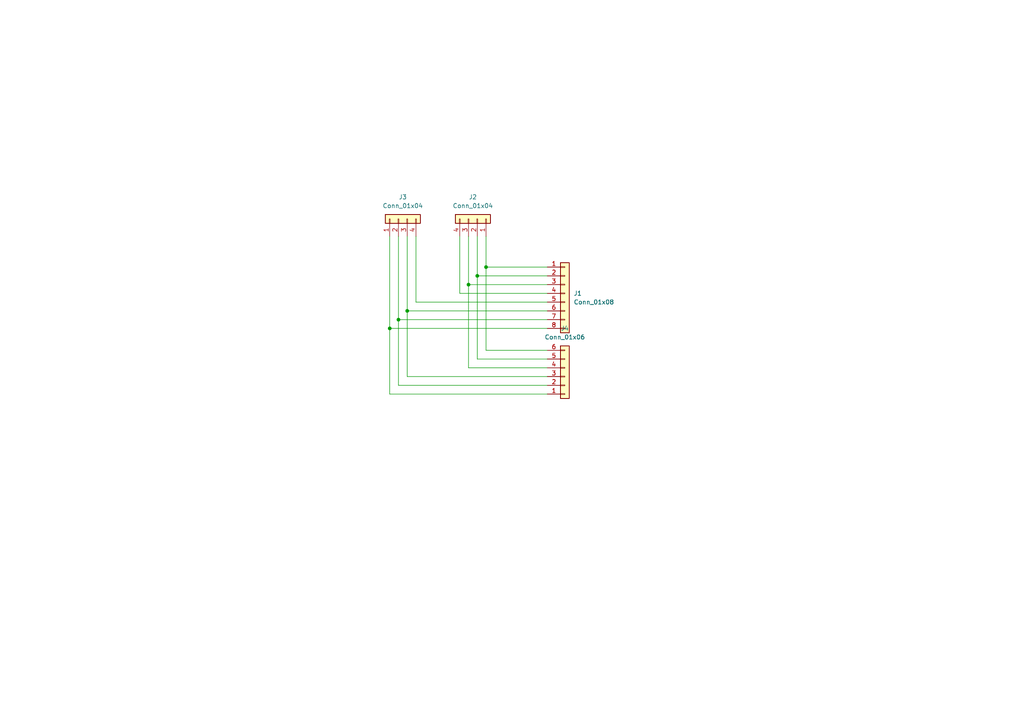
<source format=kicad_sch>
(kicad_sch (version 20231120) (generator "eeschema") (generator_version "8.0")
  (paper "A4")
  (lib_symbols
    (symbol "Connector_Generic:Conn_01x04" (pin_names (offset 1.016) hide)
      (property "Reference" "J" (at 0 5.08 0))
      (property "Value" "Conn_01x04" (at 0 -7.62 0))
      (symbol "Conn_01x04_1_1"
        (rectangle (start -1.27 -4.953) (end 0 -5.207) (stroke (width 0.1524)))
        (rectangle (start -1.27 -2.413) (end 0 -2.667) (stroke (width 0.1524)))
        (rectangle (start -1.27 0.127) (end 0 -0.127) (stroke (width 0.1524)))
        (rectangle (start -1.27 2.667) (end 0 2.413) (stroke (width 0.1524)))
        (rectangle (start -1.27 3.81) (end 1.27 -6.35) (stroke (width 0.254)) (fill (type background)))
        (pin passive line (at -5.08 2.54 0) (length 3.81) (name "Pin_1") (number "1"))
        (pin passive line (at -5.08 0 0) (length 3.81) (name "Pin_2") (number "2"))
        (pin passive line (at -5.08 -2.54 0) (length 3.81) (name "Pin_3") (number "3"))
        (pin passive line (at -5.08 -5.08 0) (length 3.81) (name "Pin_4") (number "4"))
      )
    )
    (symbol "Connector_Generic:Conn_01x06" (pin_names (offset 1.016) hide)
      (property "Reference" "J" (at 0 7.62 0))
      (property "Value" "Conn_01x06" (at 0 -10.16 0))
      (symbol "Conn_01x06_1_1"
        (rectangle (start -1.27 -7.493) (end 0 -7.747) (stroke (width 0.1524)))
        (rectangle (start -1.27 -4.953) (end 0 -5.207) (stroke (width 0.1524)))
        (rectangle (start -1.27 -2.413) (end 0 -2.667) (stroke (width 0.1524)))
        (rectangle (start -1.27 0.127) (end 0 -0.127) (stroke (width 0.1524)))
        (rectangle (start -1.27 2.667) (end 0 2.413) (stroke (width 0.1524)))
        (rectangle (start -1.27 5.207) (end 0 4.953) (stroke (width 0.1524)))
        (rectangle (start -1.27 6.35) (end 1.27 -8.89) (stroke (width 0.254)) (fill (type background)))
        (pin passive line (at -5.08 5.08 0) (length 3.81) (name "Pin_1") (number "1"))
        (pin passive line (at -5.08 2.54 0) (length 3.81) (name "Pin_2") (number "2"))
        (pin passive line (at -5.08 0 0) (length 3.81) (name "Pin_3") (number "3"))
        (pin passive line (at -5.08 -2.54 0) (length 3.81) (name "Pin_4") (number "4"))
        (pin passive line (at -5.08 -5.08 0) (length 3.81) (name "Pin_5") (number "5"))
        (pin passive line (at -5.08 -7.62 0) (length 3.81) (name "Pin_6") (number "6"))
      )
    )
    (symbol "Connector_Generic:Conn_01x08" (pin_names (offset 1.016) hide)
      (property "Reference" "J" (at 0 10.16 0))
      (property "Value" "Conn_01x08" (at 0 -12.7 0))
      (symbol "Conn_01x08_1_1"
        (rectangle (start -1.27 -10.033) (end 0 -10.287) (stroke (width 0.1524)))
        (rectangle (start -1.27 -7.493) (end 0 -7.747) (stroke (width 0.1524)))
        (rectangle (start -1.27 -4.953) (end 0 -5.207) (stroke (width 0.1524)))
        (rectangle (start -1.27 -2.413) (end 0 -2.667) (stroke (width 0.1524)))
        (rectangle (start -1.27 0.127) (end 0 -0.127) (stroke (width 0.1524)))
        (rectangle (start -1.27 2.667) (end 0 2.413) (stroke (width 0.1524)))
        (rectangle (start -1.27 5.207) (end 0 4.953) (stroke (width 0.1524)))
        (rectangle (start -1.27 7.747) (end 0 7.493) (stroke (width 0.1524)))
        (rectangle (start -1.27 8.89) (end 1.27 -11.43) (stroke (width 0.254)) (fill (type background)))
        (pin passive line (at -5.08 7.62 0) (length 3.81) (name "Pin_1") (number "1"))
        (pin passive line (at -5.08 5.08 0) (length 3.81) (name "Pin_2") (number "2"))
        (pin passive line (at -5.08 2.54 0) (length 3.81) (name "Pin_3") (number "3"))
        (pin passive line (at -5.08 0 0) (length 3.81) (name "Pin_4") (number "4"))
        (pin passive line (at -5.08 -2.54 0) (length 3.81) (name "Pin_5") (number "5"))
        (pin passive line (at -5.08 -5.08 0) (length 3.81) (name "Pin_6") (number "6"))
        (pin passive line (at -5.08 -7.62 0) (length 3.81) (name "Pin_7") (number "7"))
        (pin passive line (at -5.08 -10.16 0) (length 3.81) (name "Pin_8") (number "8"))
      )
    )
  )
  (junction (at 138.43 80.01))
  (junction (at 140.97 77.47))
  (junction (at 135.89 82.55))
  (junction (at 113.03 95.25))
  (junction (at 115.57 92.71))
  (junction (at 118.11 90.17))
  (wire (pts (xy 158.75 104.14) (xy 138.43 104.14)))
  (wire (pts (xy 140.97 68.58) (xy 140.97 77.47)))
  (wire (pts (xy 115.57 92.71) (xy 115.57 111.76)))
  (wire (pts (xy 113.03 114.3) (xy 113.03 95.25)))
  (wire (pts (xy 115.57 92.71) (xy 115.57 68.58)))
  (wire (pts (xy 118.11 68.58) (xy 118.11 90.17)))
  (wire (pts (xy 140.97 101.6) (xy 158.75 101.6)))
  (wire (pts (xy 118.11 90.17) (xy 118.11 109.22)))
  (wire (pts (xy 113.03 95.25) (xy 158.75 95.25)))
  (wire (pts (xy 140.97 77.47) (xy 158.75 77.47)))
  (wire (pts (xy 135.89 106.68) (xy 135.89 82.55)))
  (wire (pts (xy 158.75 106.68) (xy 135.89 106.68)))
  (wire (pts (xy 138.43 104.14) (xy 138.43 80.01)))
  (wire (pts (xy 120.65 87.63) (xy 158.75 87.63)))
  (wire (pts (xy 135.89 68.58) (xy 135.89 82.55)))
  (wire (pts (xy 115.57 111.76) (xy 158.75 111.76)))
  (wire (pts (xy 115.57 92.71) (xy 158.75 92.71)))
  (wire (pts (xy 120.65 68.58) (xy 120.65 87.63)))
  (wire (pts (xy 118.11 90.17) (xy 158.75 90.17)))
  (wire (pts (xy 133.35 85.09) (xy 133.35 68.58)))
  (wire (pts (xy 133.35 85.09) (xy 158.75 85.09)))
  (wire (pts (xy 113.03 68.58) (xy 113.03 95.25)))
  (wire (pts (xy 138.43 80.01) (xy 138.43 68.58)))
  (wire (pts (xy 140.97 101.6) (xy 140.97 77.47)))
  (wire (pts (xy 113.03 114.3) (xy 158.75 114.3)))
  (wire (pts (xy 118.11 109.22) (xy 158.75 109.22)))
  (wire (pts (xy 138.43 80.01) (xy 158.75 80.01)))
  (wire (pts (xy 135.89 82.55) (xy 158.75 82.55)))
  (symbol (lib_id "Connector_Generic:Conn_01x04") (at 138.43 63.5 270) (mirror x) (unit 1)
    (property "Reference" "J2" (at 137.16 57.15 90))
    (property "Value" "Conn_01x04" (at 137.16 59.69 90))
    (property "Footprint" "Synth:PinHeader_1x04_P2.54mm_Vertical" (effects (hide yes)))
    (property "Description" "Generic connector, single row, 01x04, script generated (kicad-library-utils/schlib/autogen/connector/)" (effects (hide yes)))
  )
  (symbol (lib_id "Connector_Generic:Conn_01x08") (at 163.83 85.09 0) (unit 1)
    (property "Reference" "J1" (at 166.37 85.0899 0) (effects (justify left)))
    (property "Value" "Conn_01x08" (at 166.37 87.6299 0) (effects (justify left)))
    (property "Footprint" "Package_SO:MSOP-8_3x3mm_P0.65mm" (effects (hide yes)))
    (property "Description" "Generic connector, single row, 01x08, script generated (kicad-library-utils/schlib/autogen/connector/)" (effects (hide yes)))
  )
  (symbol (lib_id "Connector_Generic:Conn_01x06") (at 163.83 109.22 0) (mirror x) (unit 1)
    (property "Reference" "J4" (at 163.83 95.25 0))
    (property "Value" "Conn_01x06" (at 163.83 97.79 0))
    (property "Footprint" "Package_TO_SOT_SMD:SOT-23-6_Handsoldering" (effects (hide yes)))
    (property "Description" "Generic connector, single row, 01x06, script generated (kicad-library-utils/schlib/autogen/connector/)" (effects (hide yes)))
  )
  (symbol (lib_id "Connector_Generic:Conn_01x04") (at 115.57 63.5 90) (unit 1)
    (property "Reference" "J3" (at 116.84 57.15 90))
    (property "Value" "Conn_01x04" (at 116.84 59.69 90))
    (property "Footprint" "Synth:PinHeader_1x04_P2.54mm_Vertical" (effects (hide yes)))
    (property "Description" "Generic connector, single row, 01x04, script generated (kicad-library-utils/schlib/autogen/connector/)" (effects (hide yes)))
  )
)
</source>
